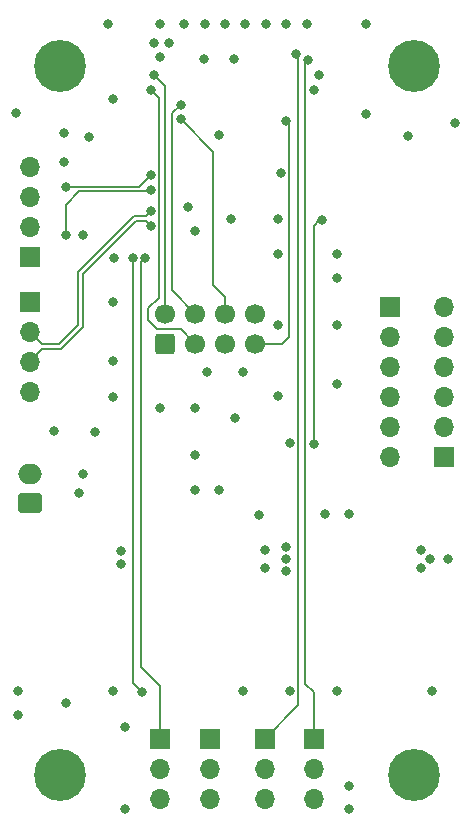
<source format=gbr>
%TF.GenerationSoftware,KiCad,Pcbnew,8.0.8*%
%TF.CreationDate,2025-02-17T10:13:52+00:00*%
%TF.ProjectId,receiver-esp32-c6,72656365-6976-4657-922d-65737033322d,rev?*%
%TF.SameCoordinates,Original*%
%TF.FileFunction,Copper,L2,Inr*%
%TF.FilePolarity,Positive*%
%FSLAX46Y46*%
G04 Gerber Fmt 4.6, Leading zero omitted, Abs format (unit mm)*
G04 Created by KiCad (PCBNEW 8.0.8) date 2025-02-17 10:13:52*
%MOMM*%
%LPD*%
G01*
G04 APERTURE LIST*
G04 Aperture macros list*
%AMRoundRect*
0 Rectangle with rounded corners*
0 $1 Rounding radius*
0 $2 $3 $4 $5 $6 $7 $8 $9 X,Y pos of 4 corners*
0 Add a 4 corners polygon primitive as box body*
4,1,4,$2,$3,$4,$5,$6,$7,$8,$9,$2,$3,0*
0 Add four circle primitives for the rounded corners*
1,1,$1+$1,$2,$3*
1,1,$1+$1,$4,$5*
1,1,$1+$1,$6,$7*
1,1,$1+$1,$8,$9*
0 Add four rect primitives between the rounded corners*
20,1,$1+$1,$2,$3,$4,$5,0*
20,1,$1+$1,$4,$5,$6,$7,0*
20,1,$1+$1,$6,$7,$8,$9,0*
20,1,$1+$1,$8,$9,$2,$3,0*%
G04 Aperture macros list end*
%TA.AperFunction,ComponentPad*%
%ADD10R,1.700000X1.700000*%
%TD*%
%TA.AperFunction,ComponentPad*%
%ADD11O,1.700000X1.700000*%
%TD*%
%TA.AperFunction,ComponentPad*%
%ADD12RoundRect,0.250000X0.600000X-0.600000X0.600000X0.600000X-0.600000X0.600000X-0.600000X-0.600000X0*%
%TD*%
%TA.AperFunction,ComponentPad*%
%ADD13C,1.700000*%
%TD*%
%TA.AperFunction,ComponentPad*%
%ADD14C,4.400000*%
%TD*%
%TA.AperFunction,ComponentPad*%
%ADD15RoundRect,0.250000X0.750000X-0.600000X0.750000X0.600000X-0.750000X0.600000X-0.750000X-0.600000X0*%
%TD*%
%TA.AperFunction,ComponentPad*%
%ADD16O,2.000000X1.700000*%
%TD*%
%TA.AperFunction,ViaPad*%
%ADD17C,0.800000*%
%TD*%
%TA.AperFunction,Conductor*%
%ADD18C,0.203200*%
%TD*%
%TA.AperFunction,Conductor*%
%ADD19C,0.200000*%
%TD*%
G04 APERTURE END LIST*
D10*
%TO.N,O_PWM_1*%
%TO.C,J1*%
X136000000Y-114420000D03*
D11*
%TO.N,+5V*%
X136000000Y-116960000D03*
%TO.N,GND*%
X136000000Y-119500000D03*
%TD*%
D12*
%TO.N,+3V3*%
%TO.C,J7*%
X136460000Y-81000000D03*
D13*
%TO.N,O_STEPPER_EN*%
X136460000Y-78460000D03*
%TO.N,O_STEPPER_DIR*%
X139000000Y-81000000D03*
%TO.N,O_STEPPER_STEP*%
X139000000Y-78460000D03*
%TO.N,GND*%
X141540000Y-81000000D03*
%TO.N,O_STEPPER_MS2*%
X141540000Y-78460000D03*
%TO.N,O_STEPPER_MS1*%
X144080000Y-81000000D03*
%TO.N,VCC*%
X144080000Y-78460000D03*
%TD*%
D10*
%TO.N,VCC*%
%TO.C,J10*%
X125000000Y-77420000D03*
D11*
%TO.N,USB_D-*%
X125000000Y-79960000D03*
%TO.N,USB_D+*%
X125000000Y-82500000D03*
%TO.N,GND*%
X125000000Y-85040000D03*
%TD*%
D14*
%TO.N,N/C*%
%TO.C,H2*%
X157500000Y-57500000D03*
%TD*%
D10*
%TO.N,+5V*%
%TO.C,J4*%
X160000000Y-90620000D03*
D11*
X160000000Y-88080000D03*
X160000000Y-85540000D03*
X160000000Y-83000000D03*
X160000000Y-80460000D03*
X160000000Y-77920000D03*
%TD*%
D15*
%TO.N,+BATT*%
%TO.C,J6*%
X125000000Y-94500000D03*
D16*
%TO.N,GND*%
X125000000Y-92000000D03*
%TD*%
D14*
%TO.N,N/C*%
%TO.C,H3*%
X127500000Y-117500000D03*
%TD*%
D10*
%TO.N,Net-(J5-Pin_1)*%
%TO.C,J5*%
X155500000Y-77880000D03*
D11*
%TO.N,Net-(J5-Pin_2)*%
X155500000Y-80420000D03*
%TO.N,Net-(J5-Pin_3)*%
X155500000Y-82960000D03*
%TO.N,Net-(J5-Pin_4)*%
X155500000Y-85500000D03*
%TO.N,Net-(J5-Pin_5)*%
X155500000Y-88040000D03*
%TO.N,Net-(J5-Pin_6)*%
X155500000Y-90580000D03*
%TD*%
D14*
%TO.N,N/C*%
%TO.C,H1*%
X127500000Y-57500000D03*
%TD*%
D10*
%TO.N,O_PWM_4*%
%TO.C,J11*%
X149000000Y-114420000D03*
D11*
%TO.N,+5V*%
X149000000Y-116960000D03*
%TO.N,GND*%
X149000000Y-119500000D03*
%TD*%
D10*
%TO.N,O_PWM_2*%
%TO.C,J2*%
X140200000Y-114420000D03*
D11*
%TO.N,+5V*%
X140200000Y-116960000D03*
%TO.N,GND*%
X140200000Y-119500000D03*
%TD*%
D14*
%TO.N,N/C*%
%TO.C,H4*%
X157500000Y-117500000D03*
%TD*%
D10*
%TO.N,+3V3*%
%TO.C,J9*%
X125000000Y-73620000D03*
D11*
%TO.N,I2C_SCL*%
X125000000Y-71080000D03*
%TO.N,I2C_SDA*%
X125000000Y-68540000D03*
%TO.N,GND*%
X125000000Y-66000000D03*
%TD*%
D10*
%TO.N,O_PWM_3*%
%TO.C,J3*%
X144850000Y-114420000D03*
D11*
%TO.N,+5V*%
X144850000Y-116960000D03*
%TO.N,GND*%
X144850000Y-119500000D03*
%TD*%
D17*
%TO.N,GND*%
X151000000Y-84420000D03*
X151000000Y-79420000D03*
X146000000Y-79420000D03*
X132000000Y-82420000D03*
X132000000Y-77420000D03*
X128000000Y-111420000D03*
X151000000Y-110420000D03*
X147000000Y-110420000D03*
X143000000Y-83420000D03*
X140000000Y-83420000D03*
X127000000Y-88420000D03*
X152000000Y-95420000D03*
X150000000Y-95420000D03*
X139000000Y-86420000D03*
X139000000Y-71420000D03*
X146000000Y-73420000D03*
X146000000Y-70420000D03*
X142000000Y-70420000D03*
X151000000Y-73420000D03*
X151000000Y-75420000D03*
X147000000Y-89420000D03*
X146000000Y-85420000D03*
X136000000Y-86420000D03*
X139000000Y-90420000D03*
X141000000Y-93420000D03*
X139000000Y-93420000D03*
X132000000Y-110420000D03*
X143000000Y-110420000D03*
X152000000Y-118420000D03*
X159000000Y-110420000D03*
X133000000Y-113420000D03*
X124000000Y-112420000D03*
X124000000Y-110420000D03*
X152000000Y-120420000D03*
X133000000Y-120420000D03*
X132100000Y-73720000D03*
X138400000Y-69420000D03*
X127900000Y-65620000D03*
X127900000Y-63120000D03*
X123800000Y-61420000D03*
X153400000Y-53920000D03*
X148400000Y-53920000D03*
X146700000Y-53920000D03*
X145000000Y-53920000D03*
X143200000Y-53920000D03*
X141500000Y-53920000D03*
X139800000Y-53920000D03*
X138000000Y-53920000D03*
X136000000Y-53920000D03*
X131600000Y-53920000D03*
X141000000Y-63320000D03*
X142300000Y-56920000D03*
X139700000Y-56920000D03*
X157000000Y-63420000D03*
X153400000Y-61520000D03*
X161000000Y-62320000D03*
%TO.N,VCC*%
X132700000Y-99620000D03*
X132700000Y-98520000D03*
%TO.N,GND*%
X144890000Y-99942000D03*
X144890000Y-98418000D03*
X158098000Y-99942000D03*
X158860000Y-99180000D03*
X158098000Y-98418000D03*
%TO.N,+5V*%
X160384000Y-99180000D03*
%TO.N,+3V3*%
X146668000Y-99180000D03*
X146668000Y-98164000D03*
X146250000Y-66500000D03*
X130000000Y-63500000D03*
X136750000Y-55500000D03*
X129142000Y-93592000D03*
X135500000Y-55510000D03*
X142350000Y-87242000D03*
X129500000Y-71750000D03*
X144382000Y-95500000D03*
X146668000Y-100196000D03*
X132000000Y-85500000D03*
%TO.N,O_PWM_4*%
X148500000Y-57000000D03*
%TO.N,O_PWM_2*%
X133750000Y-73750000D03*
X134500000Y-110500000D03*
%TO.N,O_PWM_3*%
X147500000Y-56500000D03*
%TO.N,O_PWM_1*%
X134750000Y-73750000D03*
%TO.N,O_STEPPER_DIR*%
X135250000Y-59500000D03*
%TO.N,O_STEPPER_MS1*%
X146668000Y-62096000D03*
%TO.N,O_STEPPER_EN*%
X135500000Y-58250000D03*
%TO.N,O_STEPPER_STEP*%
X137750000Y-60750000D03*
%TO.N,O_STEPPER_MS2*%
X137750000Y-62000000D03*
%TO.N,UART_RX*%
X149000000Y-59500000D03*
%TO.N,RESET*%
X132000000Y-60250000D03*
X136000000Y-56750000D03*
%TO.N,BOOT*%
X149000000Y-89500000D03*
X149750000Y-70500000D03*
%TO.N,UART_TX*%
X149500000Y-58250000D03*
%TO.N,I2C_SCL*%
X129500000Y-92000000D03*
X128000000Y-71750000D03*
X135250000Y-68000000D03*
%TO.N,I2C_SDA*%
X130500000Y-88500000D03*
X128000000Y-67750000D03*
X135250000Y-66750000D03*
%TO.N,USB_D-*%
X135250000Y-69750000D03*
%TO.N,USB_D+*%
X135250000Y-71000000D03*
%TD*%
D18*
%TO.N,O_STEPPER_DIR*%
X135900000Y-77100000D02*
X135000000Y-78000000D01*
X135000000Y-78000000D02*
X135000000Y-79000000D01*
X135750000Y-79750000D02*
X137750000Y-79750000D01*
X135900000Y-60150000D02*
X135900000Y-77100000D01*
X135250000Y-59500000D02*
X135900000Y-60150000D01*
X135000000Y-79000000D02*
X135750000Y-79750000D01*
X137750000Y-79750000D02*
X139000000Y-81000000D01*
%TO.N,O_STEPPER_STEP*%
X139000000Y-78460000D02*
X137000000Y-76460000D01*
X137000000Y-76460000D02*
X137000000Y-61500000D01*
X137000000Y-61500000D02*
X137750000Y-60750000D01*
%TO.N,O_STEPPER_MS2*%
X141540000Y-78460000D02*
X141540000Y-77040000D01*
X141540000Y-77040000D02*
X140500000Y-76000000D01*
X140500000Y-76000000D02*
X140500000Y-64750000D01*
X140500000Y-64750000D02*
X137750000Y-62000000D01*
%TO.N,O_STEPPER_MS1*%
X146668000Y-62096000D02*
X146900000Y-62328000D01*
X146306000Y-81000000D02*
X144080000Y-81000000D01*
X146900000Y-62328000D02*
X146900000Y-80406000D01*
X146900000Y-80406000D02*
X146306000Y-81000000D01*
%TO.N,O_PWM_4*%
X148500000Y-57000000D02*
X148300000Y-57200000D01*
X148300000Y-57200000D02*
X148300000Y-109800000D01*
X148300000Y-109800000D02*
X149000000Y-110500000D01*
X149000000Y-110500000D02*
X149000000Y-114420000D01*
%TO.N,BOOT*%
X149750000Y-70500000D02*
X149500000Y-70500000D01*
X149000000Y-71000000D02*
X149000000Y-89500000D01*
X149500000Y-70500000D02*
X149000000Y-71000000D01*
%TO.N,O_PWM_1*%
X134750000Y-73750000D02*
X134400000Y-74100000D01*
X134400000Y-108400000D02*
X136000000Y-110000000D01*
X134400000Y-74100000D02*
X134400000Y-108400000D01*
X136000000Y-110000000D02*
X136000000Y-114420000D01*
%TO.N,O_PWM_2*%
X133750000Y-73750000D02*
X133750000Y-109750000D01*
X133750000Y-109750000D02*
X134500000Y-110500000D01*
%TO.N,O_PWM_3*%
X147669800Y-111600200D02*
X144850000Y-114420000D01*
X147669800Y-56669800D02*
X147669800Y-111600200D01*
X147500000Y-56500000D02*
X147669800Y-56669800D01*
%TO.N,O_STEPPER_EN*%
X136460000Y-78460000D02*
X136460000Y-59210000D01*
X136460000Y-59210000D02*
X135500000Y-58250000D01*
%TO.N,I2C_SCL*%
X135169800Y-68080200D02*
X135250000Y-68000000D01*
X129169800Y-68080200D02*
X135169800Y-68080200D01*
X128000000Y-69250000D02*
X129169800Y-68080200D01*
X128000000Y-71750000D02*
X128000000Y-69250000D01*
%TO.N,I2C_SDA*%
X134250000Y-67750000D02*
X135250000Y-66750000D01*
X128000000Y-67750000D02*
X134250000Y-67750000D01*
D19*
%TO.N,USB_D-*%
X129025000Y-74904538D02*
X129025000Y-79406800D01*
X127426801Y-81004999D02*
X126044999Y-81004999D01*
X133089769Y-70839769D02*
X129025000Y-74904538D01*
D18*
X134851600Y-70148400D02*
X133781138Y-70148400D01*
X135250000Y-69750000D02*
X134851600Y-70148400D01*
D19*
X126044999Y-81004999D02*
X125000000Y-79960000D01*
D18*
X133781138Y-70148400D02*
X133089769Y-70839769D01*
D19*
X129025000Y-79406800D02*
X127426801Y-81004999D01*
%TO.N,USB_D+*%
X129475000Y-75095462D02*
X129475000Y-79593200D01*
D18*
X133968862Y-70601600D02*
X133410231Y-71160231D01*
D19*
X133410231Y-71160231D02*
X129475000Y-75095462D01*
D18*
X135250000Y-71000000D02*
X134851600Y-70601600D01*
D19*
X129475000Y-79593200D02*
X127613199Y-81455001D01*
D18*
X134851600Y-70601600D02*
X133968862Y-70601600D01*
D19*
X126044999Y-81455001D02*
X125000000Y-82500000D01*
X127613199Y-81455001D02*
X126044999Y-81455001D01*
%TD*%
M02*

</source>
